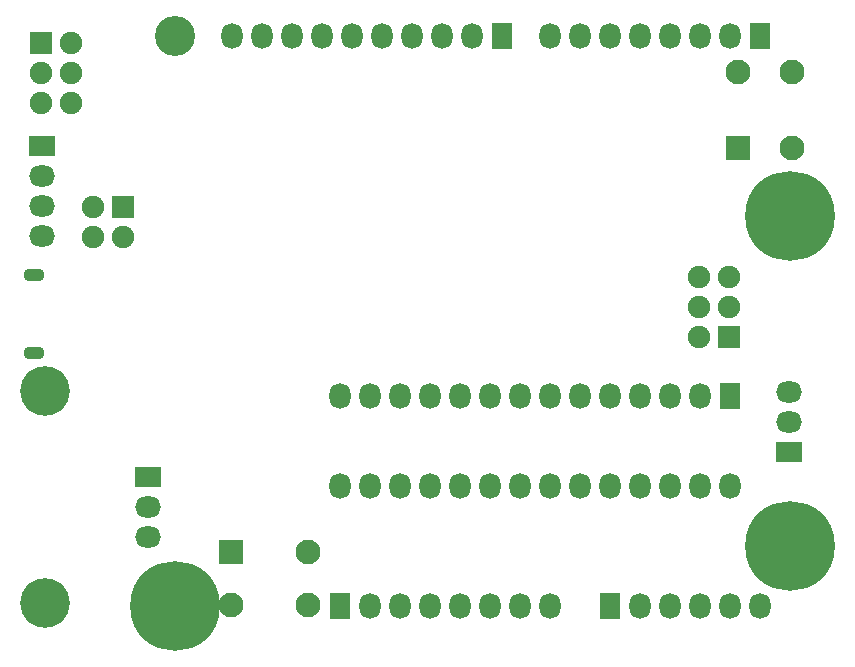
<source format=gbs>
G04 Layer_Color=16711935*
%FSLAX44Y44*%
%MOMM*%
G71*
G01*
G75*
%ADD29R,1.9000X1.9000*%
%ADD38C,1.9000*%
%ADD39R,1.9000X1.9000*%
%ADD86C,2.1000*%
%ADD87R,2.1000X2.1000*%
%ADD88R,2.1000X2.1000*%
%ADD89R,1.8000X2.2000*%
%ADD90O,1.8000X2.2000*%
G04:AMPARAMS|DCode=91|XSize=1.7mm|YSize=1mm|CornerRadius=0.365mm|HoleSize=0mm|Usage=FLASHONLY|Rotation=0.000|XOffset=0mm|YOffset=0mm|HoleType=Round|Shape=RoundedRectangle|*
%AMROUNDEDRECTD91*
21,1,1.7000,0.2700,0,0,0.0*
21,1,0.9700,1.0000,0,0,0.0*
1,1,0.7300,0.4850,-0.1350*
1,1,0.7300,-0.4850,-0.1350*
1,1,0.7300,-0.4850,0.1350*
1,1,0.7300,0.4850,0.1350*
%
%ADD91ROUNDEDRECTD91*%
%ADD92R,2.2000X1.8000*%
%ADD93O,2.2000X1.8000*%
%ADD94C,7.6000*%
%ADD95C,3.4000*%
%ADD96C,4.2000*%
D29*
X31600Y507400D02*
D03*
X614000Y258200D02*
D03*
D38*
X75600Y342600D02*
D03*
X101000D02*
D03*
X75600Y368000D02*
D03*
X57000Y456600D02*
D03*
Y482000D02*
D03*
Y507400D02*
D03*
X31600Y456600D02*
D03*
Y482000D02*
D03*
X588600Y309000D02*
D03*
Y283600D02*
D03*
Y258200D02*
D03*
X614000Y309000D02*
D03*
Y283600D02*
D03*
D39*
X101000Y368000D02*
D03*
D86*
X622000Y483000D02*
D03*
X667000D02*
D03*
Y418000D02*
D03*
X257500Y76500D02*
D03*
Y31500D02*
D03*
X192500D02*
D03*
D87*
X622000Y418000D02*
D03*
D88*
X192500Y76500D02*
D03*
D89*
X614600Y208200D02*
D03*
X421560Y513000D02*
D03*
X513000Y30400D02*
D03*
X640000Y513000D02*
D03*
X284400Y30400D02*
D03*
D90*
X589200Y208200D02*
D03*
X563800D02*
D03*
X538400D02*
D03*
X513000D02*
D03*
X487600D02*
D03*
X462200D02*
D03*
X436800D02*
D03*
X411400D02*
D03*
X386000D02*
D03*
X360600D02*
D03*
X335200D02*
D03*
X309800D02*
D03*
X284400D02*
D03*
X614600Y132000D02*
D03*
X589200D02*
D03*
X563800D02*
D03*
X538400D02*
D03*
X513000D02*
D03*
X487600D02*
D03*
X462200D02*
D03*
X436800D02*
D03*
X411400D02*
D03*
X386000D02*
D03*
X360600D02*
D03*
X335200D02*
D03*
X309800D02*
D03*
X284400D02*
D03*
X192960Y513000D02*
D03*
X218360D02*
D03*
X243760D02*
D03*
X269160D02*
D03*
X294560D02*
D03*
X319960D02*
D03*
X345360D02*
D03*
X370760D02*
D03*
X396160D02*
D03*
X538400Y30400D02*
D03*
X563800D02*
D03*
X589200D02*
D03*
X614600D02*
D03*
X640000D02*
D03*
X462200Y513000D02*
D03*
X487600D02*
D03*
X513000D02*
D03*
X538400D02*
D03*
X563800D02*
D03*
X589200D02*
D03*
X614600D02*
D03*
X462200Y30400D02*
D03*
X436800D02*
D03*
X411400D02*
D03*
X386000D02*
D03*
X360600D02*
D03*
X335200D02*
D03*
X309800D02*
D03*
D91*
X25250Y245000D02*
D03*
Y311000D02*
D03*
D92*
X122000Y139400D02*
D03*
X665000Y161000D02*
D03*
X32000Y420000D02*
D03*
D93*
X122000Y114000D02*
D03*
Y88600D02*
D03*
X665000Y186400D02*
D03*
Y211800D02*
D03*
X32000Y394600D02*
D03*
Y369200D02*
D03*
Y343800D02*
D03*
D94*
X665400Y360600D02*
D03*
Y81200D02*
D03*
X144700Y30400D02*
D03*
D95*
Y513000D02*
D03*
D96*
X35000Y213000D02*
D03*
Y33000D02*
D03*
M02*

</source>
